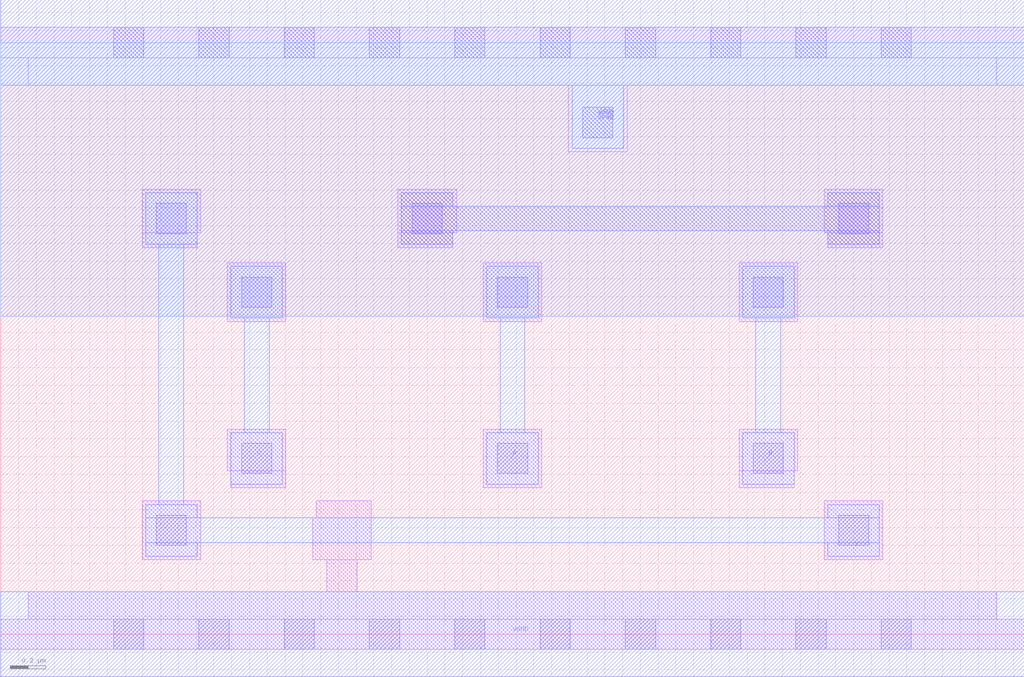
<source format=lef>
VERSION 5.7 ;
  NOWIREEXTENSIONATPIN ON ;
  DIVIDERCHAR "/" ;
  BUSBITCHARS "[]" ;
MACRO AOI21X1
  CLASS CORE ;
  FOREIGN AOI21X1 ;
  ORIGIN 0.000 0.000 ;
  SIZE 5.760 BY 3.330 ;
  SYMMETRY X Y ;
  SITE unit ;
  PIN A
    ANTENNAGATEAREA 0.189000 ;
    PORT
      LAYER met1 ;
        RECT 2.735 1.780 3.025 2.070 ;
        RECT 2.810 1.135 2.950 1.780 ;
        RECT 2.735 0.845 3.025 1.135 ;
    END
  END A
  PIN B
    ANTENNAGATEAREA 0.189000 ;
    PORT
      LAYER met1 ;
        RECT 4.175 1.780 4.465 2.070 ;
        RECT 4.250 1.135 4.390 1.780 ;
        RECT 4.175 0.845 4.465 1.135 ;
    END
  END B
  PIN C
    ANTENNAGATEAREA 0.189000 ;
    PORT
      LAYER met1 ;
        RECT 1.295 1.780 1.585 2.070 ;
        RECT 1.370 1.135 1.510 1.780 ;
        RECT 1.295 0.845 1.585 1.135 ;
    END
  END C
  PIN VGND
    ANTENNADIFFAREA 0.562100 ;
    PORT
      LAYER met1 ;
        RECT 0.000 -0.240 5.760 0.240 ;
    END
    PORT
      LAYER met1 ;
        RECT 0.000 3.090 5.760 3.570 ;
        RECT 3.215 2.735 3.505 3.090 ;
    END
  END VGND
  PIN VPWR
    ANTENNADIFFAREA 1.083600 ;
    PORT
      LAYER li1 ;
        RECT 0.000 3.245 5.760 3.415 ;
        RECT 0.155 3.090 5.605 3.245 ;
        RECT 3.195 2.715 3.525 3.090 ;
      LAYER mcon ;
        RECT 0.635 3.245 0.805 3.415 ;
        RECT 1.115 3.245 1.285 3.415 ;
        RECT 1.595 3.245 1.765 3.415 ;
        RECT 2.075 3.245 2.245 3.415 ;
        RECT 2.555 3.245 2.725 3.415 ;
        RECT 3.035 3.245 3.205 3.415 ;
        RECT 3.515 3.245 3.685 3.415 ;
        RECT 3.995 3.245 4.165 3.415 ;
        RECT 4.475 3.245 4.645 3.415 ;
        RECT 4.955 3.245 5.125 3.415 ;
        RECT 3.275 2.795 3.445 2.965 ;
    END
  END VPWR
  PIN Y
    ANTENNADIFFAREA 1.383750 ;
    PORT
      LAYER met1 ;
        RECT 0.815 2.195 1.105 2.485 ;
        RECT 0.890 0.730 1.030 2.195 ;
        RECT 0.815 0.655 1.105 0.730 ;
        RECT 4.655 0.655 4.945 0.730 ;
        RECT 0.815 0.515 4.945 0.655 ;
        RECT 0.815 0.440 1.105 0.515 ;
        RECT 4.655 0.440 4.945 0.515 ;
    END
  END Y
  OBS
      LAYER nwell ;
        RECT 0.000 1.790 5.760 3.330 ;
      LAYER li1 ;
        RECT 0.795 2.260 1.125 2.505 ;
        RECT 2.235 2.260 2.565 2.505 ;
        RECT 4.635 2.260 4.965 2.505 ;
        RECT 0.795 2.175 1.105 2.260 ;
        RECT 2.235 2.175 2.545 2.260 ;
        RECT 4.655 2.175 4.965 2.260 ;
        RECT 1.275 1.760 1.605 2.090 ;
        RECT 2.715 1.760 3.045 2.090 ;
        RECT 4.155 1.760 4.485 2.090 ;
        RECT 1.275 0.920 1.605 1.155 ;
        RECT 1.295 0.825 1.605 0.920 ;
        RECT 2.715 0.825 3.045 1.155 ;
        RECT 4.155 0.920 4.485 1.155 ;
        RECT 4.155 0.825 4.465 0.920 ;
        RECT 0.795 0.420 1.125 0.750 ;
        RECT 1.775 0.655 2.085 0.750 ;
        RECT 1.755 0.420 2.085 0.655 ;
        RECT 4.635 0.420 4.965 0.750 ;
        RECT 1.835 0.240 2.005 0.420 ;
        RECT 0.155 0.085 5.605 0.240 ;
        RECT 0.000 -0.085 5.760 0.085 ;
      LAYER mcon ;
        RECT 0.875 2.255 1.045 2.425 ;
        RECT 2.315 2.255 2.485 2.425 ;
        RECT 4.715 2.255 4.885 2.425 ;
        RECT 1.355 1.840 1.525 2.010 ;
        RECT 2.795 1.840 2.965 2.010 ;
        RECT 4.235 1.840 4.405 2.010 ;
        RECT 1.355 0.905 1.525 1.075 ;
        RECT 2.795 0.905 2.965 1.075 ;
        RECT 4.235 0.905 4.405 1.075 ;
        RECT 0.875 0.500 1.045 0.670 ;
        RECT 4.715 0.500 4.885 0.670 ;
        RECT 0.635 -0.085 0.805 0.085 ;
        RECT 1.115 -0.085 1.285 0.085 ;
        RECT 1.595 -0.085 1.765 0.085 ;
        RECT 2.075 -0.085 2.245 0.085 ;
        RECT 2.555 -0.085 2.725 0.085 ;
        RECT 3.035 -0.085 3.205 0.085 ;
        RECT 3.515 -0.085 3.685 0.085 ;
        RECT 3.995 -0.085 4.165 0.085 ;
        RECT 4.475 -0.085 4.645 0.085 ;
        RECT 4.955 -0.085 5.125 0.085 ;
      LAYER met1 ;
        RECT 2.255 2.410 2.545 2.485 ;
        RECT 4.655 2.410 4.945 2.485 ;
        RECT 2.255 2.270 4.945 2.410 ;
        RECT 2.255 2.195 2.545 2.270 ;
        RECT 4.655 2.195 4.945 2.270 ;
  END
END AOI21X1
END LIBRARY


</source>
